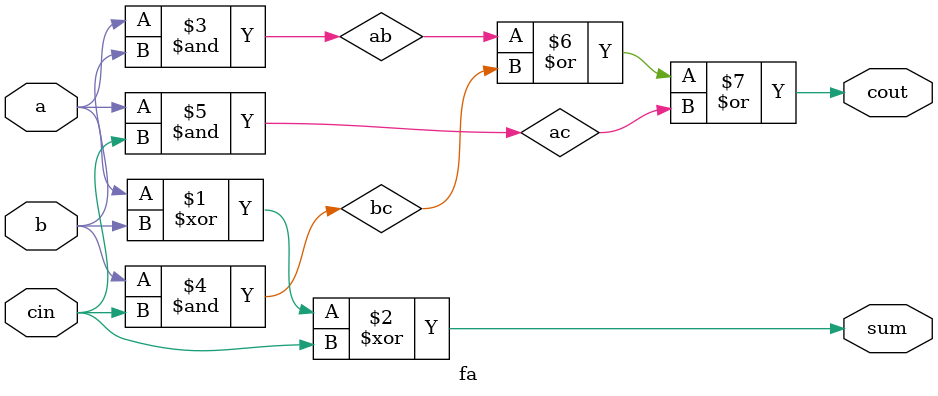
<source format=v>
module fa(a,b,cin,sum,cout);
input a,b,cin;
output sum,cout;
wire ab,bc,ac;
	xor g1(sum,a,b,cin);
	and g2(ab,a,b);
	and g3(bc,b,cin);
	and g4(ac,a,cin);
	or g5(cout,ab,bc,ac);
endmodule


//# a=1 b=0 cin=0 sum=1 cout=0
//# a=0 b=0 cin=1 sum=1 cout=0
//# a=0 b=0 cin=1 sum=1 cout=0
//# a=0 b=1 cin=1 sum=0 cout=1
//# a=1 b=0 cin=1 sum=0 cout=1
//# a=1 b=0 cin=1 sum=0 cout=1
//# a=1 b=0 cin=1 sum=0 cout=1
//# a=0 b=1 cin=0 sum=1 cout=0
//# a=0 b=0 cin=0 sum=0 cout=0


</source>
